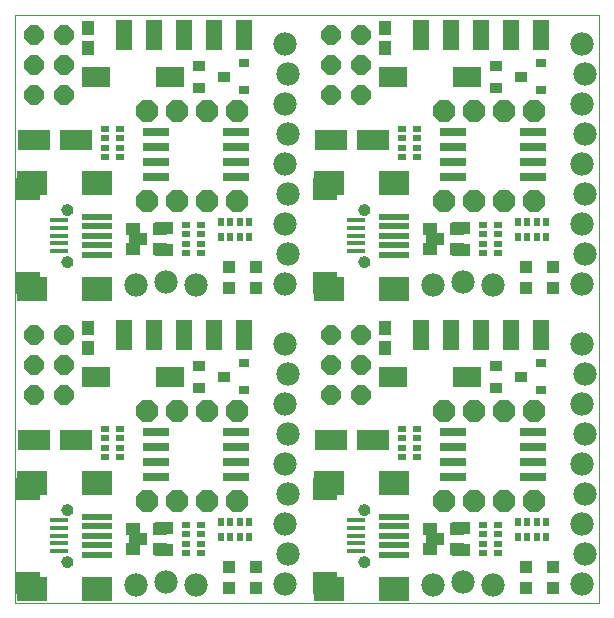
<source format=gts>
G75*
%MOIN*%
%OFA0B0*%
%FSLAX24Y24*%
%IPPOS*%
%LPD*%
%AMOC8*
5,1,8,0,0,1.08239X$1,22.5*
%
%ADD10C,0.0000*%
%ADD11OC8,0.0720*%
%ADD12R,0.0540X0.1040*%
%ADD13C,0.0780*%
%ADD14R,0.0394X0.0355*%
%ADD15R,0.0367X0.0288*%
%ADD16R,0.1024X0.0237*%
%ADD17R,0.1024X0.0827*%
%ADD18C,0.0394*%
%ADD19R,0.0591X0.0178*%
%ADD20R,0.0788X0.0749*%
%ADD21R,0.0910X0.0280*%
%ADD22R,0.0591X0.0434*%
%ADD23R,0.0473X0.0434*%
%ADD24R,0.0440X0.0440*%
%ADD25R,0.0434X0.0473*%
%ADD26OC8,0.0640*%
%ADD27R,0.0296X0.0237*%
%ADD28R,0.0237X0.0296*%
%ADD29R,0.0946X0.0670*%
%ADD30R,0.1064X0.0670*%
D10*
X000778Y000102D02*
X000778Y019723D01*
X020273Y019723D01*
X020273Y000102D01*
X000778Y000102D01*
X002351Y001485D02*
X002353Y001511D01*
X002359Y001537D01*
X002369Y001562D01*
X002382Y001585D01*
X002398Y001605D01*
X002418Y001623D01*
X002440Y001638D01*
X002463Y001650D01*
X002489Y001658D01*
X002515Y001662D01*
X002541Y001662D01*
X002567Y001658D01*
X002593Y001650D01*
X002617Y001638D01*
X002638Y001623D01*
X002658Y001605D01*
X002674Y001585D01*
X002687Y001562D01*
X002697Y001537D01*
X002703Y001511D01*
X002705Y001485D01*
X002703Y001459D01*
X002697Y001433D01*
X002687Y001408D01*
X002674Y001385D01*
X002658Y001365D01*
X002638Y001347D01*
X002616Y001332D01*
X002593Y001320D01*
X002567Y001312D01*
X002541Y001308D01*
X002515Y001308D01*
X002489Y001312D01*
X002463Y001320D01*
X002439Y001332D01*
X002418Y001347D01*
X002398Y001365D01*
X002382Y001385D01*
X002369Y001408D01*
X002359Y001433D01*
X002353Y001459D01*
X002351Y001485D01*
X002351Y003218D02*
X002353Y003244D01*
X002359Y003270D01*
X002369Y003295D01*
X002382Y003318D01*
X002398Y003338D01*
X002418Y003356D01*
X002440Y003371D01*
X002463Y003383D01*
X002489Y003391D01*
X002515Y003395D01*
X002541Y003395D01*
X002567Y003391D01*
X002593Y003383D01*
X002617Y003371D01*
X002638Y003356D01*
X002658Y003338D01*
X002674Y003318D01*
X002687Y003295D01*
X002697Y003270D01*
X002703Y003244D01*
X002705Y003218D01*
X002703Y003192D01*
X002697Y003166D01*
X002687Y003141D01*
X002674Y003118D01*
X002658Y003098D01*
X002638Y003080D01*
X002616Y003065D01*
X002593Y003053D01*
X002567Y003045D01*
X002541Y003041D01*
X002515Y003041D01*
X002489Y003045D01*
X002463Y003053D01*
X002439Y003065D01*
X002418Y003080D01*
X002398Y003098D01*
X002382Y003118D01*
X002369Y003141D01*
X002359Y003166D01*
X002353Y003192D01*
X002351Y003218D01*
X002351Y011485D02*
X002353Y011511D01*
X002359Y011537D01*
X002369Y011562D01*
X002382Y011585D01*
X002398Y011605D01*
X002418Y011623D01*
X002440Y011638D01*
X002463Y011650D01*
X002489Y011658D01*
X002515Y011662D01*
X002541Y011662D01*
X002567Y011658D01*
X002593Y011650D01*
X002617Y011638D01*
X002638Y011623D01*
X002658Y011605D01*
X002674Y011585D01*
X002687Y011562D01*
X002697Y011537D01*
X002703Y011511D01*
X002705Y011485D01*
X002703Y011459D01*
X002697Y011433D01*
X002687Y011408D01*
X002674Y011385D01*
X002658Y011365D01*
X002638Y011347D01*
X002616Y011332D01*
X002593Y011320D01*
X002567Y011312D01*
X002541Y011308D01*
X002515Y011308D01*
X002489Y011312D01*
X002463Y011320D01*
X002439Y011332D01*
X002418Y011347D01*
X002398Y011365D01*
X002382Y011385D01*
X002369Y011408D01*
X002359Y011433D01*
X002353Y011459D01*
X002351Y011485D01*
X002351Y013218D02*
X002353Y013244D01*
X002359Y013270D01*
X002369Y013295D01*
X002382Y013318D01*
X002398Y013338D01*
X002418Y013356D01*
X002440Y013371D01*
X002463Y013383D01*
X002489Y013391D01*
X002515Y013395D01*
X002541Y013395D01*
X002567Y013391D01*
X002593Y013383D01*
X002617Y013371D01*
X002638Y013356D01*
X002658Y013338D01*
X002674Y013318D01*
X002687Y013295D01*
X002697Y013270D01*
X002703Y013244D01*
X002705Y013218D01*
X002703Y013192D01*
X002697Y013166D01*
X002687Y013141D01*
X002674Y013118D01*
X002658Y013098D01*
X002638Y013080D01*
X002616Y013065D01*
X002593Y013053D01*
X002567Y013045D01*
X002541Y013041D01*
X002515Y013041D01*
X002489Y013045D01*
X002463Y013053D01*
X002439Y013065D01*
X002418Y013080D01*
X002398Y013098D01*
X002382Y013118D01*
X002369Y013141D01*
X002359Y013166D01*
X002353Y013192D01*
X002351Y013218D01*
X012251Y013218D02*
X012253Y013244D01*
X012259Y013270D01*
X012269Y013295D01*
X012282Y013318D01*
X012298Y013338D01*
X012318Y013356D01*
X012340Y013371D01*
X012363Y013383D01*
X012389Y013391D01*
X012415Y013395D01*
X012441Y013395D01*
X012467Y013391D01*
X012493Y013383D01*
X012517Y013371D01*
X012538Y013356D01*
X012558Y013338D01*
X012574Y013318D01*
X012587Y013295D01*
X012597Y013270D01*
X012603Y013244D01*
X012605Y013218D01*
X012603Y013192D01*
X012597Y013166D01*
X012587Y013141D01*
X012574Y013118D01*
X012558Y013098D01*
X012538Y013080D01*
X012516Y013065D01*
X012493Y013053D01*
X012467Y013045D01*
X012441Y013041D01*
X012415Y013041D01*
X012389Y013045D01*
X012363Y013053D01*
X012339Y013065D01*
X012318Y013080D01*
X012298Y013098D01*
X012282Y013118D01*
X012269Y013141D01*
X012259Y013166D01*
X012253Y013192D01*
X012251Y013218D01*
X012251Y011485D02*
X012253Y011511D01*
X012259Y011537D01*
X012269Y011562D01*
X012282Y011585D01*
X012298Y011605D01*
X012318Y011623D01*
X012340Y011638D01*
X012363Y011650D01*
X012389Y011658D01*
X012415Y011662D01*
X012441Y011662D01*
X012467Y011658D01*
X012493Y011650D01*
X012517Y011638D01*
X012538Y011623D01*
X012558Y011605D01*
X012574Y011585D01*
X012587Y011562D01*
X012597Y011537D01*
X012603Y011511D01*
X012605Y011485D01*
X012603Y011459D01*
X012597Y011433D01*
X012587Y011408D01*
X012574Y011385D01*
X012558Y011365D01*
X012538Y011347D01*
X012516Y011332D01*
X012493Y011320D01*
X012467Y011312D01*
X012441Y011308D01*
X012415Y011308D01*
X012389Y011312D01*
X012363Y011320D01*
X012339Y011332D01*
X012318Y011347D01*
X012298Y011365D01*
X012282Y011385D01*
X012269Y011408D01*
X012259Y011433D01*
X012253Y011459D01*
X012251Y011485D01*
X012251Y003218D02*
X012253Y003244D01*
X012259Y003270D01*
X012269Y003295D01*
X012282Y003318D01*
X012298Y003338D01*
X012318Y003356D01*
X012340Y003371D01*
X012363Y003383D01*
X012389Y003391D01*
X012415Y003395D01*
X012441Y003395D01*
X012467Y003391D01*
X012493Y003383D01*
X012517Y003371D01*
X012538Y003356D01*
X012558Y003338D01*
X012574Y003318D01*
X012587Y003295D01*
X012597Y003270D01*
X012603Y003244D01*
X012605Y003218D01*
X012603Y003192D01*
X012597Y003166D01*
X012587Y003141D01*
X012574Y003118D01*
X012558Y003098D01*
X012538Y003080D01*
X012516Y003065D01*
X012493Y003053D01*
X012467Y003045D01*
X012441Y003041D01*
X012415Y003041D01*
X012389Y003045D01*
X012363Y003053D01*
X012339Y003065D01*
X012318Y003080D01*
X012298Y003098D01*
X012282Y003118D01*
X012269Y003141D01*
X012259Y003166D01*
X012253Y003192D01*
X012251Y003218D01*
X012251Y001485D02*
X012253Y001511D01*
X012259Y001537D01*
X012269Y001562D01*
X012282Y001585D01*
X012298Y001605D01*
X012318Y001623D01*
X012340Y001638D01*
X012363Y001650D01*
X012389Y001658D01*
X012415Y001662D01*
X012441Y001662D01*
X012467Y001658D01*
X012493Y001650D01*
X012517Y001638D01*
X012538Y001623D01*
X012558Y001605D01*
X012574Y001585D01*
X012587Y001562D01*
X012597Y001537D01*
X012603Y001511D01*
X012605Y001485D01*
X012603Y001459D01*
X012597Y001433D01*
X012587Y001408D01*
X012574Y001385D01*
X012558Y001365D01*
X012538Y001347D01*
X012516Y001332D01*
X012493Y001320D01*
X012467Y001312D01*
X012441Y001308D01*
X012415Y001308D01*
X012389Y001312D01*
X012363Y001320D01*
X012339Y001332D01*
X012318Y001347D01*
X012298Y001365D01*
X012282Y001385D01*
X012269Y001408D01*
X012259Y001433D01*
X012253Y001459D01*
X012251Y001485D01*
D11*
X015083Y003500D03*
X016083Y003500D03*
X017083Y003500D03*
X018083Y003500D03*
X018083Y006500D03*
X017083Y006500D03*
X016083Y006500D03*
X015083Y006500D03*
X015083Y013500D03*
X016083Y013500D03*
X017083Y013500D03*
X018083Y013500D03*
X018083Y016500D03*
X017083Y016500D03*
X016083Y016500D03*
X015083Y016500D03*
X008183Y016500D03*
X007183Y016500D03*
X006183Y016500D03*
X005183Y016500D03*
X005183Y013500D03*
X006183Y013500D03*
X007183Y013500D03*
X008183Y013500D03*
X008183Y006500D03*
X007183Y006500D03*
X006183Y006500D03*
X005183Y006500D03*
X005183Y003500D03*
X006183Y003500D03*
X007183Y003500D03*
X008183Y003500D03*
D12*
X008428Y009052D03*
X007428Y009052D03*
X006428Y009052D03*
X005428Y009052D03*
X004428Y009052D03*
X004428Y019052D03*
X005428Y019052D03*
X006428Y019052D03*
X007428Y019052D03*
X008428Y019052D03*
X014328Y019052D03*
X015328Y019052D03*
X016328Y019052D03*
X017328Y019052D03*
X018328Y019052D03*
X018328Y009052D03*
X017328Y009052D03*
X016328Y009052D03*
X015328Y009052D03*
X014328Y009052D03*
D13*
X014728Y010702D03*
X015728Y010802D03*
X016728Y010702D03*
X019678Y010752D03*
X019778Y011752D03*
X019678Y012752D03*
X019778Y013752D03*
X019678Y014752D03*
X019778Y015752D03*
X019678Y016752D03*
X019778Y017752D03*
X019678Y018752D03*
X019678Y008752D03*
X019778Y007752D03*
X019678Y006752D03*
X019778Y005752D03*
X019678Y004752D03*
X019778Y003752D03*
X019678Y002752D03*
X019778Y001752D03*
X019678Y000752D03*
X016728Y000702D03*
X015728Y000802D03*
X014728Y000702D03*
X009878Y001752D03*
X009778Y000752D03*
X009778Y002752D03*
X009878Y003752D03*
X009778Y004752D03*
X009878Y005752D03*
X009778Y006752D03*
X009878Y007752D03*
X009778Y008752D03*
X009778Y010752D03*
X009878Y011752D03*
X009778Y012752D03*
X009878Y013752D03*
X009778Y014752D03*
X009878Y015752D03*
X009778Y016752D03*
X009878Y017752D03*
X009778Y018752D03*
X005828Y010802D03*
X006828Y010702D03*
X004828Y010702D03*
X005828Y000802D03*
X006828Y000702D03*
X004828Y000702D03*
D14*
X006934Y007278D03*
X006934Y008026D03*
X007761Y007652D03*
X006934Y017278D03*
X006934Y018026D03*
X007761Y017652D03*
X016834Y018026D03*
X016834Y017278D03*
X017661Y017652D03*
X016834Y008026D03*
X016834Y007278D03*
X017661Y007652D03*
D15*
X018328Y008104D03*
X018328Y007199D03*
X018328Y017199D03*
X018328Y018104D03*
X008428Y018104D03*
X008428Y017199D03*
X008428Y008104D03*
X008428Y007199D03*
D16*
X003512Y002981D03*
X003512Y002667D03*
X003512Y002352D03*
X003512Y002037D03*
X003512Y001722D03*
X003512Y011722D03*
X003512Y012037D03*
X003512Y012352D03*
X003512Y012667D03*
X003512Y012981D03*
X013412Y012981D03*
X013412Y012667D03*
X013412Y012352D03*
X013412Y012037D03*
X013412Y011722D03*
X013412Y002981D03*
X013412Y002667D03*
X013412Y002352D03*
X013412Y002037D03*
X013412Y001722D03*
D17*
X013412Y000580D03*
X011246Y000580D03*
X011246Y004123D03*
X013412Y004123D03*
X013412Y010580D03*
X011246Y010580D03*
X011246Y014123D03*
X013412Y014123D03*
X003512Y014123D03*
X001346Y014123D03*
X001346Y010580D03*
X003512Y010580D03*
X003512Y004123D03*
X001346Y004123D03*
X001346Y000580D03*
X003512Y000580D03*
D18*
X002528Y001485D03*
X002528Y003218D03*
X002528Y011485D03*
X002528Y013218D03*
X012428Y013218D03*
X012428Y011485D03*
X012428Y003218D03*
X012428Y001485D03*
D19*
X012171Y001840D03*
X012171Y002096D03*
X012171Y002352D03*
X012171Y002607D03*
X012171Y002863D03*
X012171Y011840D03*
X012171Y012096D03*
X012171Y012352D03*
X012171Y012607D03*
X012171Y012863D03*
X002271Y012863D03*
X002271Y012607D03*
X002271Y012352D03*
X002271Y012096D03*
X002271Y011840D03*
X002271Y002863D03*
X002271Y002607D03*
X002271Y002352D03*
X002271Y002096D03*
X002271Y001840D03*
D20*
X001228Y000777D03*
X001228Y003926D03*
X001228Y010777D03*
X001228Y013926D03*
X011128Y013926D03*
X011128Y010777D03*
X011128Y003926D03*
X011128Y000777D03*
D21*
X008148Y004302D03*
X008148Y004802D03*
X008148Y005302D03*
X008148Y005802D03*
X005498Y005802D03*
X005498Y005302D03*
X005498Y004802D03*
X005498Y004302D03*
X005498Y014302D03*
X005498Y014802D03*
X005498Y015302D03*
X005498Y015802D03*
X008148Y015802D03*
X008148Y015302D03*
X008148Y014802D03*
X008148Y014302D03*
X015398Y014302D03*
X015398Y014802D03*
X015398Y015302D03*
X015398Y015802D03*
X018048Y015802D03*
X018048Y015302D03*
X018048Y014802D03*
X018048Y014302D03*
X018048Y005802D03*
X018048Y005302D03*
X018048Y004802D03*
X018048Y004302D03*
X015398Y004302D03*
X015398Y004802D03*
X015398Y005302D03*
X015398Y005802D03*
D22*
X015661Y002626D03*
X015661Y001878D03*
X014794Y002252D03*
X015661Y011878D03*
X015661Y012626D03*
X014794Y012252D03*
X005761Y012626D03*
X005761Y011878D03*
X004894Y012252D03*
X005761Y002626D03*
X005761Y001878D03*
X004894Y002252D03*
D23*
X004728Y002586D03*
X004728Y001917D03*
X005628Y001917D03*
X005628Y002586D03*
X005628Y011917D03*
X005628Y012586D03*
X004728Y012586D03*
X004728Y011917D03*
X014628Y011917D03*
X014628Y012586D03*
X015528Y012586D03*
X015528Y011917D03*
X015528Y002586D03*
X015528Y001917D03*
X014628Y001917D03*
X014628Y002586D03*
D24*
X017828Y001302D03*
X017828Y000602D03*
X018728Y000602D03*
X018728Y001302D03*
X018728Y010602D03*
X018728Y011302D03*
X017828Y011302D03*
X017828Y010602D03*
X008828Y010602D03*
X008828Y011302D03*
X007928Y011302D03*
X007928Y010602D03*
X007928Y001302D03*
X007928Y000602D03*
X008828Y000602D03*
X008828Y001302D03*
D25*
X013128Y008617D03*
X013128Y009286D03*
X013128Y018617D03*
X013128Y019286D03*
X003228Y019286D03*
X003228Y018617D03*
X003228Y009286D03*
X003228Y008617D03*
D26*
X002428Y009052D03*
X001428Y009052D03*
X001428Y008052D03*
X002428Y008052D03*
X002428Y007052D03*
X001428Y007052D03*
X001428Y017052D03*
X002428Y017052D03*
X002428Y018052D03*
X002428Y019052D03*
X001428Y019052D03*
X001428Y018052D03*
X011328Y018052D03*
X011328Y019052D03*
X012328Y019052D03*
X012328Y018052D03*
X012328Y017052D03*
X011328Y017052D03*
X011328Y009052D03*
X012328Y009052D03*
X012328Y008052D03*
X012328Y007052D03*
X011328Y007052D03*
X011328Y008052D03*
D27*
X013681Y005924D03*
X013681Y005609D03*
X013681Y005294D03*
X013681Y004979D03*
X014174Y004979D03*
X014174Y005294D03*
X014174Y005609D03*
X014174Y005924D03*
X016381Y002724D03*
X016381Y002409D03*
X016381Y002094D03*
X016381Y001779D03*
X016874Y001779D03*
X016874Y002094D03*
X016874Y002409D03*
X016874Y002724D03*
X016874Y011779D03*
X016874Y012094D03*
X016874Y012409D03*
X016874Y012724D03*
X016381Y012724D03*
X016381Y012409D03*
X016381Y012094D03*
X016381Y011779D03*
X014174Y014979D03*
X014174Y015294D03*
X014174Y015609D03*
X014174Y015924D03*
X013681Y015924D03*
X013681Y015609D03*
X013681Y015294D03*
X013681Y014979D03*
X006974Y012724D03*
X006974Y012409D03*
X006974Y012094D03*
X006974Y011779D03*
X006481Y011779D03*
X006481Y012094D03*
X006481Y012409D03*
X006481Y012724D03*
X004274Y014979D03*
X004274Y015294D03*
X004274Y015609D03*
X004274Y015924D03*
X003781Y015924D03*
X003781Y015609D03*
X003781Y015294D03*
X003781Y014979D03*
X003781Y005924D03*
X003781Y005609D03*
X003781Y005294D03*
X003781Y004979D03*
X004274Y004979D03*
X004274Y005294D03*
X004274Y005609D03*
X004274Y005924D03*
X006481Y002724D03*
X006481Y002409D03*
X006481Y002094D03*
X006481Y001779D03*
X006974Y001779D03*
X006974Y002094D03*
X006974Y002409D03*
X006974Y002724D03*
D28*
X007655Y002798D03*
X007970Y002798D03*
X008285Y002798D03*
X008600Y002798D03*
X008600Y002306D03*
X008285Y002306D03*
X007970Y002306D03*
X007655Y002306D03*
X007655Y012306D03*
X007970Y012306D03*
X008285Y012306D03*
X008600Y012306D03*
X008600Y012798D03*
X008285Y012798D03*
X007970Y012798D03*
X007655Y012798D03*
X017555Y012798D03*
X017870Y012798D03*
X018185Y012798D03*
X018500Y012798D03*
X018500Y012306D03*
X018185Y012306D03*
X017870Y012306D03*
X017555Y012306D03*
X017555Y002798D03*
X017870Y002798D03*
X018185Y002798D03*
X018500Y002798D03*
X018500Y002306D03*
X018185Y002306D03*
X017870Y002306D03*
X017555Y002306D03*
D29*
X015868Y007652D03*
X013387Y007652D03*
X005968Y007652D03*
X003487Y007652D03*
X003487Y017652D03*
X005968Y017652D03*
X013387Y017652D03*
X015868Y017652D03*
D30*
X012736Y015552D03*
X011319Y015552D03*
X002836Y015552D03*
X001419Y015552D03*
X001419Y005552D03*
X002836Y005552D03*
X011319Y005552D03*
X012736Y005552D03*
M02*

</source>
